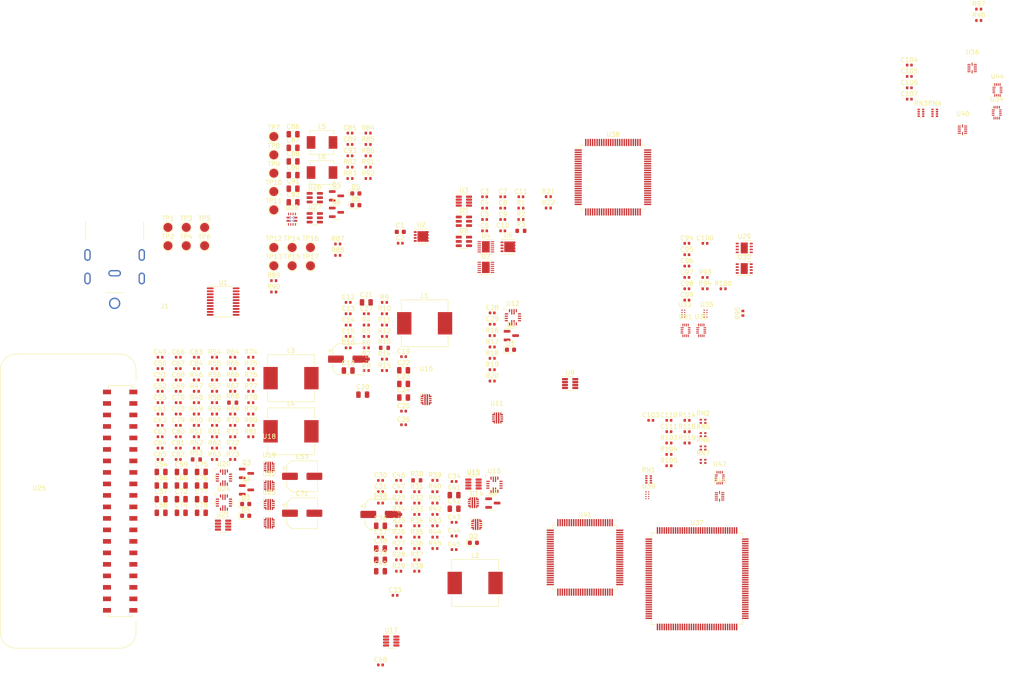
<source format=kicad_pcb>
(kicad_pcb (version 20221018) (generator pcbnew)
  (layers (0 "F.Cu" signal) (1 "In1.Cu" signal) (2 "In2.Cu" signal) (3 "In3.Cu" signal) (4 "In4.Cu" signal) (31 "B.Cu" signal) (34 "B.Paste" user) (35 "F.Paste" user) (36 "B.SilkS" user "B.Silkscreen") (37 "F.SilkS" user "F.Silkscreen") (38 "B.Mask" user) (39 "F.Mask" user) (44 "Edge.Cuts" user))
  (net 0 "")
  (net 1 "/SYS_5V")
  (net 2 "/Pi_Zero/PI_I2C_SDA")
  (net 3 "/Pi_Zero/PI_I2C_SCL")
  (net 4 "GND")
  (net 5 "/Pi_Zero/PI_UART_TX")
  (net 6 "/Pi_Zero/PI_UART_RX")
  (net 7 "/Pi_Zero/PI_SS_MISC2_IO2")
  (net 8 "/Pi_Zero/PI_RESET_MISC2_IO4")
  (net 9 "/Pi_Zero/PI_BOOT0_MISC2_IO6")
  (net 10 "GNDA")
  (net 11 "/Pi_Zero/PI_MOSI")
  (net 12 "/Pi_Zero/PI_MISO")
  (net 13 "/Pi_Zero/PI_SS_MISC1_IO1")
  (net 14 "/Pi_Zero/PI_SCK")
  (net 15 "/Pi_Zero/PI_RESET_MISC1_IO3")
  (net 16 "/Pi_Zero/PI_BOOT0_MISC1_IO5")
  (net 17 "/Pi_Zero/PI_SS_MAIN")
  (net 18 "/Pi_Zero/PI_RESET_MAIN")
  (net 19 "/Pi_Zero/PI_SS_EPS")
  (net 20 "/Pi_Zero/PI_BOOT0_MAIN")
  (net 21 "/Pi_Zero/PI_RESET_EPS")
  (net 22 "/Pi_Zero/PI_BOOT0_EPS")
  (net 23 "/System_Power/POWER_IN")
  (net 24 "/System_Power/EN_P_IN_UNREG")
  (net 25 "Net-(U8-VCAP)")
  (net 26 "/System_Power/EN_BAT_UNREG")
  (net 27 "Net-(U26-BST)")
  (net 28 "Net-(C13-Pad2)")
  (net 29 "Net-(U26-SW)")
  (net 30 "Net-(U2-S)")
  (net 31 "/Fixed_Regulators/EN_3V3")
  (net 32 "Net-(U11-OVLO)")
  (net 33 "Net-(U2-D)")
  (net 34 "/BUS_3V3")
  (net 35 "/Fixed_Regulators/SCL_3V3")
  (net 36 "/Fixed_Regulators/SDA_3V3")
  (net 37 "Net-(D1-K)")
  (net 38 "Net-(D1-A)")
  (net 39 "Net-(Q1-G)")
  (net 40 "/BUS_UNREG")
  (net 41 "/BUS_5V")
  (net 42 "Net-(U4-SR)")
  (net 43 "/SYS_3V3")
  (net 44 "Net-(U5-VCAP)")
  (net 45 "Net-(U26-EN)")
  (net 46 "Net-(U6-S)")
  (net 47 "Net-(U7-SR)")
  (net 48 "Net-(U12-SW1)")
  (net 49 "Net-(U12-SW2)")
  (net 50 "Net-(C14-Pad2)")
  (net 51 "Net-(U10-OUT)")
  (net 52 "Net-(U12-OC)")
  (net 53 "Net-(U11-IN)")
  (net 54 "Net-(U10-dVdt)")
  (net 55 "Net-(U10-ITIMER)")
  (net 56 "Net-(U12-VCC)")
  (net 57 "Net-(U16-SW1)")
  (net 58 "Net-(C31-Pad2)")
  (net 59 "Net-(U16-SW2)")
  (net 60 "Net-(C32-Pad2)")
  (net 61 "Net-(U14-OUT)")
  (net 62 "Net-(U16-OC)")
  (net 63 "Net-(U15-IN)")
  (net 64 "/BUS_CH1")
  (net 65 "Net-(D2-K)")
  (net 66 "Net-(D2-A)")
  (net 67 "Net-(U14-dVdt)")
  (net 68 "Net-(U14-ITIMER)")
  (net 69 "Net-(U16-VCC)")
  (net 70 "Net-(U20-SW1)")
  (net 71 "Net-(Q2-G)")
  (net 72 "Net-(C49-Pad2)")
  (net 73 "Net-(U20-SW2)")
  (net 74 "/Fixed_Regulators/EN_5V")
  (net 75 "Net-(C50-Pad2)")
  (net 76 "Net-(U15-EN{slash}UVLO)")
  (net 77 "Net-(U15-OVLO)")
  (net 78 "/BUS_CH2")
  (net 79 "/Fixed_Regulators/INT_3V3")
  (net 80 "/Fixed_Regulators/INT_5V")
  (net 81 "/Fixed_Regulators/SCL_5V")
  (net 82 "/Fixed_Regulators/SDA_5V")
  (net 83 "/Programmable_Regulators/EN_CH1")
  (net 84 "Net-(U18-OUT)")
  (net 85 "/Programmable_Regulators/EN_CH2")
  (net 86 "Net-(U20-OC)")
  (net 87 "Net-(U19-IN)")
  (net 88 "Net-(U18-dVdt)")
  (net 89 "/Programmable_Regulators/INT_CH1")
  (net 90 "/Programmable_Regulators/SCL_CH1")
  (net 91 "Net-(U18-ITIMER)")
  (net 92 "Net-(U20-VCC)")
  (net 93 "/Programmable_Regulators/SDA_CH1")
  (net 94 "/Programmable_Regulators/INT_CH2")
  (net 95 "/Programmable_Regulators/SCL_CH2")
  (net 96 "/Programmable_Regulators/SDA_CH2")
  (net 97 "Net-(U24-SW1)")
  (net 98 "Net-(C67-Pad2)")
  (net 99 "Net-(U24-SW2)")
  (net 100 "Net-(C68-Pad2)")
  (net 101 "Net-(U22-OUT)")
  (net 102 "Net-(U24-OC)")
  (net 103 "Net-(U23-IN)")
  (net 104 "Net-(U22-dVdt)")
  (net 105 "Net-(U22-ITIMER)")
  (net 106 "Net-(U24-VCC)")
  (net 107 "Net-(D3-K)")
  (net 108 "Net-(D3-A)")
  (net 109 "/EPS_SCL")
  (net 110 "/EPS_SDA")
  (net 113 "/EPS_INT")
  (net 114 "Net-(D4-K)")
  (net 115 "Net-(D4-A)")
  (net 116 "Net-(Q3-G)")
  (net 117 "Net-(Q4-G)")
  (net 118 "Net-(U27-BST)")
  (net 119 "Net-(U4-BLEED)")
  (net 120 "Net-(U27-SW)")
  (net 121 "Net-(U7-BLEED)")
  (net 122 "Net-(U12-BST1)")
  (net 123 "Net-(U12-BST2)")
  (net 124 "Net-(U10-PG)")
  (net 125 "Net-(R11-Pad2)")
  (net 126 "Net-(U11-EN{slash}UVLO)")
  (net 127 "Net-(U11-OUT)")
  (net 128 "Net-(U10-OVLO)")
  (net 129 "Net-(U12-FB)")
  (net 130 "Net-(U10-ILM)")
  (net 131 "Net-(U16-BST1)")
  (net 132 "Net-(U16-BST2)")
  (net 133 "Net-(U14-PG)")
  (net 134 "Net-(R28-Pad2)")
  (net 135 "Net-(U13-IN+)")
  (net 136 "Net-(U14-OVLO)")
  (net 137 "Net-(U16-FB)")
  (net 138 "Net-(U14-ILM)")
  (net 139 "Net-(U20-BST1)")
  (net 140 "Net-(U20-BST2)")
  (net 141 "Net-(U18-PG)")
  (net 142 "Net-(R51-Pad2)")
  (net 143 "Net-(U19-EN{slash}UVLO)")
  (net 144 "Net-(U17-IN+)")
  (net 145 "Net-(U18-OVLO)")
  (net 146 "Net-(U20-FB)")
  (net 147 "Net-(U18-ILM)")
  (net 148 "Net-(U24-BST1)")
  (net 149 "Net-(U24-BST2)")
  (net 150 "Net-(U22-PG)")
  (net 151 "Net-(R66-Pad2)")
  (net 152 "Net-(U23-EN{slash}UVLO)")
  (net 153 "Net-(U21-IN+)")
  (net 154 "Net-(U22-OVLO)")
  (net 155 "Net-(U24-FB)")
  (net 156 "Net-(U22-ILM)")
  (net 157 "Net-(U2-G)")
  (net 158 "Net-(U6-G)")
  (net 159 "/Main_uC/SYS_5V")
  (net 177 "Net-(U28-SS)")
  (net 178 "Net-(D5-K)")
  (net 179 "Net-(D5-A)")
  (net 180 "Net-(D6-K)")
  (net 181 "Net-(D6-A)")
  (net 182 "Net-(Q5-G)")
  (net 183 "Net-(Q6-G)")
  (net 184 "Net-(U28-ILIM)")
  (net 185 "Net-(U28-OV1)")
  (net 186 "Net-(U28-OV2)")
  (net 187 "/System_Power/VBAT")
  (net 188 "/Main_uC/SYS_3V3")
  (net 189 "/Main_uC/VBUS")
  (net 190 "/Main_uC/CAN1_H")
  (net 191 "/Main_uC/CAN1_L")
  (net 192 "/Main_uC/RS4851_B")
  (net 193 "/Main_uC/RS4851_A")
  (net 194 "/Main_uC/CAN1_TX")
  (net 195 "/Main_uC/CAN1_RX")
  (net 196 "/Main_uC/CAN1_SE")
  (net 197 "Net-(U39-VREF2)")
  (net 198 "/Main_uC/RS4851_TXE")
  (net 199 "/Main_uC/GPIO_A_nEN")
  (net 200 "/Main_uC/SPI1_MOSI")
  (net 201 "/Main_uC/SPI1_SCK")
  (net 202 "/Main_uC/SPI1_MISO")
  (net 203 "/Main_uC/UART1_REV")
  (net 204 "/Main_uC/UART1_RX")
  (net 205 "/Main_uC/UART1_TX")
  (net 206 "/Main_uC/RS4851_RX")
  (net 207 "/Main_uC/RS4851_TX")
  (net 208 "/Main_uC/UART1_nEN")
  (net 209 "/Main_uC/SPI1_nEN")
  (net 210 "/Main_uC/GPIO_B_nEN")
  (net 211 "Net-(U31-S1A)")
  (net 212 "/Main_uC/I2C1_SCL")
  (net 213 "Net-(U31-S2A)")
  (net 214 "/Main_uC/I2C1_SDA")
  (net 215 "/Main_uC/I2C1_nPEN")
  (net 216 "/Main_uC/SPI1_NSS")
  (net 217 "/Main_uC/GPIO_4")
  (net 218 "/Main_uC/GPIO_3")
  (net 219 "/Main_uC/GPIO_2")
  (net 220 "/Main_uC/GPIO_1")
  (net 221 "/Main_uC/GPIO_8")
  (net 222 "/Main_uC/GPIO_7")
  (net 223 "/Main_uC/GPIO_6")
  (net 224 "/Main_uC/GPIO_5")
  (net 225 "Net-(RN5-R1.1)")
  (net 226 "Net-(RN5-R2.1)")
  (net 235 "Net-(U32-S1B)")
  (net 236 "Net-(U32-S1A)")
  (net 243 "Net-(U34-S1B)")
  (net 244 "Net-(U34-S2B)")
  (net 245 "Net-(U34-S3B)")
  (net 246 "Net-(U34-S4B)")
  (net 247 "/Main_uC/GPIO_B_SHIFT")
  (net 248 "Net-(U36-B4)")
  (net 249 "Net-(U36-B3)")
  (net 250 "Net-(U36-B2)")
  (net 251 "Net-(U36-B1)")
  (net 252 "/Main_uC/GPIO_A_SHIFT")
  (net 268 "Net-(U37-VSS-Pad107)")
  (net 415 "Net-(U38-VSS-Pad27)")
  (net 486 "/Main_uC/I2C1_EN")
  (net 513 "Net-(U41-VSS-Pad27)")
  (net 584 "Net-(U46-B4)")
  (net 585 "Net-(U46-B3)")
  (net 586 "Net-(U46-B2)")
  (net 587 "Net-(U46-B1)")
  (net 588 "/Main_uC/SPI1_SHIFT")
  (footprint "Resistor_SMD:R_0402_1005Metric" (layer "F.Cu") (at 152.0725 124.66)
    (fp_text reference "R39")
    (fp_text value "549R")
  )
  (footprint "Resistor_SMD:R_0402_1005Metric" (layer "F.Cu") (at 111.38 97.45)
    (fp_text reference "R74")
    (fp_text value "21.5K")
  )
  (footprint "Resistor_SMD:R_0603_1608Metric" (layer "F.Cu") (at 140.915 95.365)
    (fp_text reference "R13")
    (fp_text value "5m")
  )
  (footprint "TestPoint:TestPoint_Pad_D2.0mm" (layer "F.Cu") (at 101.165 72.805)
    (fp_text reference "TP6")
    (fp_text value "TestPoint")
  )
  (footprint "ESLGSU_Parts_Lib:PI_ZERO_2_W" (layer "F.Cu") (at 70.415 128.175)
    (fp_text reference "U25")
    (fp_text value "~")
  )
  (footprint "Resistor_SMD:R_0402_1005Metric" (layer "F.Cu") (at 111.38 107.49)
    (fp_text reference "R78")
    (fp_text value "4.7K")
  )
  (footprint "Capacitor_SMD:C_0402_1005Metric" (layer "F.Cu") (at 164.725 90.16)
    (fp_text reference "C29")
    (fp_text value "1u")
  )
  (footprint "Capacitor_SMD:C_0805_2012Metric" (layer "F.Cu") (at 132.895 100.385)
    (fp_text reference "C18")
    (fp_text value "22u")
  )
  (footprint "Capacitor_SMD:C_0603_1608Metric" (layer "F.Cu") (at 144.415 69.737)
    (fp_text reference "C1")
    (fp_text value "100n")
  )
  (footprint "Resistor_SMD:R_0402_1005Metric" (layer "F.Cu") (at 103.36 120.04)
    (fp_text reference "R63")
    (fp_text value "100R")
  )
  (footprint "ESLGSU_Parts_Lib:VQFN-HR" (layer "F.Cu") (at 115.445 129.995)
    (fp_text reference "U22")
    (fp_text value "TPS259474LRPWR")
  )
  (footprint "Resistor_SMD:R_0402_1005Metric" (layer "F.Cu") (at 203.785 118.92)
    (fp_text reference "R104")
    (fp_text value "10K")
  )
  (footprint "Resistor_SMD:R_0402_1005Metric" (layer "F.Cu") (at 107.37 112.51)
    (fp_text reference "R70")
    (fp_text value "806K")
  )
  (footprint "ESLGSU_Parts_Lib:VQFN-HR" (layer "F.Cu") (at 150.13 106.82)
    (fp_text reference "U10")
    (fp_text value "TPS259474LRPWR")
  )
  (footprint "Resistor_SMD:R_0402_1005Metric" (layer "F.Cu") (at 148.0625 132.19)
    (fp_text reference "R33")
    (fp_text value "2.09K")
  )
  (footprint "ESLGSU_Parts_Lib:VQFN-HR" (layer "F.Cu") (at 165.915 110.875)
    (fp_text reference "U11")
    (fp_text value "LM73100RPWR")
  )
  (footprint "TestPoint:TestPoint_Pad_D2.0mm" (layer "F.Cu") (at 101.165 68.755)
    (fp_text reference "TP5")
    (fp_text value "TestPoint")
  )
  (footprint "Resistor_SMD:R_0402_1005Metric" (layer "F.Cu") (at 148.0625 137.21)
    (fp_text reference "R35")
    (fp_text value "107K")
  )
  (footprint "Package_SO:TSSOP-20_4.4x6.5mm_P0.65mm" (layer "F.Cu") (at 105.269 85.153)
    (fp_text reference "U1")
    (fp_text value "TCA9544A")
  )
  (footprint "Resistor_SMD:R_0402_1005Metric" (layer "F.Cu") (at 103.36 99.96)
    (fp_text reference "R55")
    (fp_text value "806K")
  )
  (footprint "Resistor_SMD:R_0402_1005Metric" (layer "F.Cu") (at 136.905 92.855)
    (fp_text reference "R5")
    (fp_text value "100R")
  )
  (footprint "Resistor_SMD:R_0402_1005Metric" (layer "F.Cu") (at 144.0525 137.21)
    (fp_text reference "R26")
    (fp_text value "100K")
  )
  (footprint "TestPoint:TestPoint_Pad_D2.0mm" (layer "F.Cu") (at 116.4646 77.24)
    (fp_text reference "TP13")
    (fp_text value "TestPoint")
  )
  (footprint "Resistor_SMD:R_0402_1005Metric" (layer "F.Cu") (at 203.785 121.43)
    (fp_text reference "R105")
    (fp_text value "10K")
  )
  (footprint "Capacitor_SMD:C_0805_2012Metric" (layer "F.Cu") (at 100.45 122.8)
    (fp_text reference "C75")
    (fp_text value "22u")
  )
  (footprint "Capacitor_SMD:C_0805_2012Metric" (layer "F.Cu") (at 145.145 106.355)
    (fp_text reference "C24")
    (fp_text value "22u")
  )
  (footprint "Resistor_SMD:R_0402_1005Metric" (layer "F.Cu") (at 203.785 116.41)
    (fp_text reference "R103")
    (fp_text value "200K")
  )
  (footprint "TestPoint:TestPoint_Pad_D2.0mm" (layer "F.Cu") (at 116.4646 56.78)
    (fp_text reference "TP9")
    (fp_text value "TestPoint")
  )
  (footprint "Capacitor_SMD:C_0402_1005Metric" (layer "F.Cu") (at 207.75 74.79)
    (fp_text reference "C95")
    (fp_text value "100n")
  )
  (footprint "Resistor_SMD:R_0402_1005Metric" (layer "F.Cu") (at 140.915 85.325)
    (fp_text reference "R9")
    (fp_text value "100K")
  )
  (footprint "Inductor_SMD:L_Vishay_IHLP-4040" (layer "F.Cu") (at 120.26 113.82)
    (fp_text reference "L4")
    (fp_text value "IHLP4040DZER4R7M01")
  )
  (footprint "TestPoint:TestPoint_Pad_D2.0mm" (layer "F.Cu") (at 97.115 68.755)
    (fp_text reference "TP3")
    (fp_text value "TestPoint")
  )
  (footprint "Capacitor_SMD:C_0402_1005Metric" (layer "F.Cu") (at 256.915 40.41)
    (fp_text reference "C107")
    (fp_text value "100n")
  )
  (footprint "Resistor_SMD:R_0402_1005Metric" (layer "F.Cu") (at 140.915 92.855)
    (fp_text reference "R12")
    (fp_text value "31.6K")
  )
  (footprint "Capacitor_SMD:C_0805_2012Metric" (layer "F.Cu") (at 100.45 128.82)
    (fp_text reference "C77")
    (fp_text value "22u")
  )
  (footprint "Resistor_SMD:R_0402_1005Metric" (layer "F.Cu") (at 111.38 104.98)
    (fp_text reference "R77")
    (fp_text value "4.7K")
  )
  (footprint "Capacitor_SMD:C_0402_1005Metric" (layer "F.Cu") (at 95.34 99.96)
    (fp_text reference "C67")
    (fp_text value "100n")
  )
  (footprint "Resistor_SMD:R_0402_1005Metric" (layer "F.Cu") (at 152.0725 134.7)
    (fp_text reference "R43")
    (fp_text value "4.7K")
  )
  (footprint "Resistor_SMD:R_0402_1005Metric" (layer "F.Cu") (at 136.905 95.365)
    (fp_text reference "R6")
    (fp_text value "0R")
  )
  (footprint "Resistor_SMD:R_0402_1005Metric" (layer "F.Cu") (at 152.0725 137.21)
    (fp_text reference "R44")
    (fp_text value "4.7K")
  )
  (footprint "Capacitor_SMD:C_0805_2012Metric" (layer "F.Cu") (at 120.7146 48.16)
    (fp_text reference "C86")
    (fp_text value "22u")
  )
  (footprint "Capacitor_SMD:C_0402_1005Metric" (layer "F.Cu") (at 91.33 115.02)
    (fp_text reference "C63")
    (fp_text value "330p")
  )
  (footprint "Capacitor_SMD:C_0805_2012Metric" (layer "F.Cu") (at 140.0425 144.74)
    (fp_text reference "C40")
    (fp_text value "22u")
  )
  (footprint "Resistor_SMD:R_0402_1005Metric" (layer "F.Cu") (at 164.725 95.18)
    (fp_text reference "R17")
    (fp_text value "14.7K")
  )
  (footprint "Capacitor_SMD:C_0402_1005Metric" (layer "F.Cu") (at 145.145 109.365)
    (fp_text reference "C25")
    (fp_text value "100n")
  )
  (footprint "Capacitor_SMD:C_0805_2012Metric" (layer "F.Cu") (at 140.0425 139.72)
    (fp_text reference "C38")
    (fp_text value "22u")
  )
  (footprint "Resistor_SMD:R_0402_1005Metric" (layer "F.Cu") (at 148.0625 142.23)
    (fp_text reference "R37")
    (fp_text value "9.09K")
  )
  (footprint "ESLGSU_Parts_Lib:SOT833-1-XSON8" (layer "F.Cu") (at 206.97 87.81)
    (fp_text reference "U33")
    (fp_text value "TXU0202DTTR")
  )
  (footprint "ESLGSU_Parts_Lib:T-UQFN-12" (layer "F.Cu") (at 270.8 33.535)
    (fp_text reference "U36")
    (fp_text value "TXB0104RUT")
  )
  (footprint "Resistor_SMD:R_0402_1005Metric" (layer "F.Cu") (at 152.0725 127.17)
    (fp_text reference "R40")
    (fp_text value "4.7K")
  )
  (footprint "Resistor_SMD:R_0402_1005Metric" (layer "F.Cu") (at 130.5946 72.42)
    (fp_text reference "R87")
    (fp_text value "47K")
  )
  (footprint "Capacitor_SMD:C_0402_1005Metric" (layer "F.Cu") (at 156.3025 133.94)
    (fp_text reference "C43")
    (fp_text value "100n")
  )
  (footprint "Capacitor_SMD:C_0402_1005Metric" (layer "F.Cu") (at 91.33 99.96)
    (fp_text reference "C50")
    (fp_text value "100n")
  )
  (footprint "Capacitor_SMD:C_0402_1005Metric" (layer "F.Cu") (at 211.76 72.28)
    (fp_text reference "C100")
    (fp_text value "100n")
  )
  (footprint "Resistor_SMD:R_0402_1005Metric" (layer "F.Cu") (at 107.37 97.45)
    (fp_text reference "R64")
    (fp_text value "100K")
  )
  (footprint "Package_TO_SOT_SMD:SOT-23-8" (layer "F.Cu") (at 160.5875 125.465)
    (fp_text reference "U13")
    (fp_text value "INA219AxDCN")
  )
  (footprint "Package_QFP:LQFP-100_14x14mm_P0.5mm" (layer "F.Cu") (at 185.24 141.685)
    (fp_text reference "U41")
    (fp_text value "STM32F072VBTx")
  )
  (footprint "Package_DFN_QFN:WDFN-12-1EP_3x3mm_P0.45mm_EP1.7x2.5mm" (layer "F.Cu") (at 163.322 73.043)
    (fp_text reference "U4")
    (fp_text value "DML3012LDC")
  )
  (footprint "Capacitor_SMD:C_0402_1005Metric" (layer "F.Cu") (at 144.0525 127.17)
    (fp_text reference "C47")
    (fp_text value "1u")
  )
  (footprint "ESLGSU_Parts_Lib:T-UQFN-16" (layer "F.Cu") (at 207.47 91.51)
    (fp_text reference "U31")
    (fp_text value "TMUX1574RSVR")
  )
  (footprint "Resistor_SMD:R_0402_1005Metric" (layer "F.Cu") (at 99.35 104.98)
    (fp_text reference "R47")
    (fp_text value "0R")
  )
  (footprint "ESLGSU_Parts_Lib:T-UQFN-16" (layer "F.Cu") (at 276.24 43.4)
    (fp_text reference "U34")
    (fp_text value "TMUX1574RSVR")
  )
  (footprint "Resistor_SMD:R_0402_1005Metric" (layer "F.Cu") (at 207.795 113.9)
    (fp_text reference "R118")
    (fp_text value "200K")
  )
  (footprint "Resistor_SMD:R_0402_1005Metric" (layer "F.Cu") (at 103.36 117.53)
    (fp_text reference "R62")
    (fp_text value "0R")
  )
  (footprint "Package_TO_SOT_SMD:SOT-23-8" (layer "F.Cu") (at 181.95 103.26)
    (fp_text reference "U9")
    (fp_text value "INA219AxDCN")
  )
  (footprint "Capacitor_SMD:CP_Elec_6.3x7.7" (layer "F.Cu") (at 132.895 97.875)
    (fp_text reference "C17")
    (fp_text value "100u")
  )
  (footprint "ESLGSU_Parts_Lib:VQFN-HR" (layer "F.Cu") (at 115.445 134.115)
    (fp_text reference "U23")
    (fp_text value "LM73100RPWR")
  )
  (footprint "TestPoint:TestPoint_Pad_D2.0mm" (layer "F.Cu") (at 116.4646 52.73)
    (fp_text reference "TP8")
    (fp_text value "TestPoint")
  )
  (footprint "Resistor_SMD:R_0402_1005Metric" (layer "F.Cu") (at 164.725 100.2)
    (fp_text reference "R19")
    (fp_text value "7.5K")
  )
  (footprint "TestPoint:TestPoint_Pad_D2.0mm" (layer "F.Cu") (at 120.5146 73.19)
    (fp_text reference "TP14")
    (fp_text value "TestPoint")
  )
  (footprint "Resistor_SMD:R_0402_1005Metric" (layer "F.Cu") (at 133.2946 57.95)
    (fp_text reference "R83")
    (fp_text value "100K")
  )
  (footprint "Resistor_SMD:R_0402_1005Metric" (layer "F.Cu") (at 107.37 104.98)
    (fp_text reference "R67")
    (fp_text value "350K")
  )
  (footprint "Resistor_SMD:R_0402_1005Metric" (layer "F.Cu") (at 99.35 117.53)
    (fp_text reference "R52")
    (fp_text value "350K")
  )
  (footprint "Capacitor_SMD:C_0402_1005Metric" (layer "F.Cu") (at 136.905 87.835)
    (fp_text reference "C27")
    (fp_text value "330p")
  )
  (footprint "Resistor_SMD:R_0402_1005Metric" (layer "F.Cu") (at 220.13 87.73 90)
    (fp_text reference "R95")
    (fp_text value "200K")
  )
  (footprint "Resistor_SMD:R_0402_1005Metric" (layer "F.Cu") (at 140.915 97.875)
    (fp_text reference "R14")
    (fp_text value "17.4K")
  )
  (footprint "Resistor_SMD:R_0402_1005Metric" (layer "F.Cu") (at 164.725 102.71)
    (fp_text reference "R20")
    (fp_text value "16.9K")
  )
  (footprint "Resistor_SMD:R_0402_1005Metric" (layer "F.Cu") (at 99.35 107.49)
    (fp_text reference "R48")
    (fp_text value "100R")
  )
  (footprint "Resistor_SMD:R_0402_1005Metric" (layer "F.Cu") (at 137.3046 57.95)
    (fp_text reference "R92")
    (fp_text value "150R")
  )
  (footprint "Package_TO_SOT_SMD:SOT-23-8" (layer "F.Cu") (at 142.4125 160.17)
    (fp_text reference "U17")
    (fp_text value "INA219AxDCN")
  )
  (footprint "Capacitor_SMD:C_0805_2012Metric" (layer "F.Cu") (at 140.0425 142.23)
    (fp_text reference "C39")
    (fp_text value "22u")
  )
  (footprint "Resistor_SMD:R_0402_1005Metric" (layer "F.Cu") (at 272.25 20.515)
    (fp_text reference "R97")
    (fp_text value "200K")
  )
  (footprint "Capacitor_SMD:C_0402_1005Metric" (layer "F.Cu") (at 99.35 99.96)
    (fp_text reference "C84")
    (fp_text value "1u")
  )
  (footprint "Capacitor_SMD:C_0402_1005Metric" (layer "F.Cu") (at 167.062 67.003)
    (fp_text reference "C9")
    (fp_text value "22n")
  )
  (footprint "Capacitor_SMD:C_0402_1005Metric" (layer "F.Cu") (at 91.33 107.49)
    (fp_text reference "C55")
    (fp_text value "22n")
  )
  (footprint "Resistor_SMD:R_0402_1005Metric" (layer "F.Cu") (at 107.37 102.47)
    (fp_text reference "R66")
    (fp_text value "430K")
  )
  (footprint "TestPoint:TestPoint_Pad_D2.0mm" (layer "F.Cu") (at 124.5646 77.24)
    (fp_text reference "TP17")
    (fp_text value "TestPoint")
  )
  (footprint "LED_SMD:LED_0603_1608Metric" (layer "F.Cu") (at 160.5725 138.46)
    (fp_text reference "D2")
    (fp_text value "LED")
  )
  (footprint "Resistor_SMD:R_0402_1005Metric" (layer "F.Cu") (at 103.36 97.45)
    (fp_text reference "R54")
    (fp_text value "17.4K")
  )
  (footprint "Resistor_SMD:R_0402_1005Metric" (layer "F.Cu") (at 111.38 99.96)
    (fp_text reference "R75")
    (fp_text value "549R")
  )
  (footprint "Capacitor_SMD:C_0402_1005Metric" (layer "F.Cu") (at 91.33 117.53)
    (fp_text reference "C64")
    (fp_text value "2.2n")
  )
  (footprint "Capacitor_SMD:C_0402_1005Metric" (layer "F.Cu") (at 144.415 72.247)
    (fp_text reference "C2")
    (fp_text value "1u")
  )
  (footprint "Resistor_SMD:R_0402_1005Metric" (layer "F.Cu") (at 107.37 110)
    (fp_text reference "R69")
    (fp_text value "17.4K")
  )
  (footprint "Capacitor_SMD:C_0402_1005Metric" (layer "F.Cu") (at 171.072 61.983)
    (fp_text reference "C11")
    (fp_text value "1n")
  )
  (footprint "LED_SMD:LED_0603_1608Metric" (layer "F.Cu") (at 110.24 129.89)
    (fp_text reference "D3")
    (fp_text value "LED")
  )
  (footprint "Capacitor_SMD:C_0402_1005Metric" (layer "F.Cu") (at 164.725 87.65)
    (fp_text reference "C28")
    (fp_text value "2.2n")
  )
  (footprint "Package_QFP:LQFP-144_20x20mm_P0.5mm" (layer "F.Cu") (at 210 146.4)
    (fp_text reference "U37")
    (fp_text value "STM32H753ZITx")
  )
  (footprint "Capacitor_SMD:C_0402_1005Metric" (layer "F.Cu") (at 207.75 77.3)
    (fp_text reference "C96")
    (fp_text value "100n")
  )
  (footprint "Capacitor_SMD:C_0805_2012Metric" (layer "F.Cu") (at 96 131.83)
    (fp_text reference "C74")
    (fp_text value "22u")
  )
  (footprint "Inductor_SMD:L_Vishay_IHLP-2020" (layer "F.Cu") (at 127.1146 49.98)
    (fp_text reference "L5")
    (fp_text value "IHLP2020CZER4R7M11")
  )
  (footprint "Resistor_SMD:R_0402_1005Metric" (layer "F.Cu") (at 140.915 87.835)
    (fp_text reference "R10")
    (fp_text value "47K")
  )
  (footprint "Capacitor_SMD:C_0402_1005Metric" (layer "F.Cu") (at 156.3025 124.91)
    (fp_text reference "C34")
    (fp_text value "100n")
  )
  (footprint "Capacitor_SMD:C_0402_1005Metric" (layer "F.Cu") (at 95.34 117.53)
    (fp_text reference "C81")
    (fp_text value "330p")
  )
  (footprint "ESLGSU_Parts_Lib:QFN-16-MP28167" (layer "F.Cu") (at 169.305 88.62)
    (fp_text reference "U12")
    (fp_text value "MP28167-A")
  )
  (footprint "ESLGSU_Parts_Lib:SOT833-1-XSON8" (layer "F.Cu") (at 211.87 87.81)
    (fp_text reference "U35")
    (fp_text value "TXU0202DTTR")
  )
  (footprint "Package_DFN_QFN:Texas_VQFN-HR-12_2x2.5mm_P0.5mm_ThermalVias" (layer "F.Cu") (at 120.4646 66.94)
    (fp_text reference "U28")
    (fp_text value "TPS2121")
  )
  (footprint "Resistor_SMD:R_0402_1005Metric" (layer "F.Cu") (at 136.905 97.875)
    (fp_text reference "R7")
    (fp_text value "0R")
  )
  (footprint "ESLGSU_Parts_Lib:V-DFN3030-8" (layer "F.Cu") (at 149.045 70.757)
    (fp_text reference "U2")
    (fp_text value "DMT3006LDK" hide)
  )
  (footprint "Capacitor_SMD:C_0805_2012Metric" (layer "F.Cu") (at 96 128.82)
    (fp_text reference "C72")
    (fp_text value "22u")
  )
  (footprint "Resistor_SMD:R_0402_1005Metric" (layer "F.Cu") (at 144.0525 144.74)
    (fp_text reference "R29")
    (fp_text value "31.6K")
  )
  (footprint "Capacitor_SMD:C_0805_2012Metric" (layer "F.Cu") (at 120.7146 60.2)
    (fp_text reference "C91")
    (fp_text value "22u")
  )
  (footprint "TestPoint:TestPoint_Pad_D2.0mm" (layer "F.Cu") (at 120.5146 77.24)
    (fp_text reference "TP15")
    (fp_text value "TestPoint")
  )
  (footprint "LED_SMD:LED_0603_1608Metric" (layer "F.Cu") (at 134.5846 61.25)
    (fp_text reference "D5")
    (fp_text value "LED")
  )
  (footprint "Resistor_SMD:R_0402_1005Metric" (layer "F.Cu") (at 164.725 92.67)
    (fp_text reference "R16")
    (fp_text value "3.74K")
  )
  (footprint "Resistor_SMD:R_0603_1608Metric" (layer "F.Cu") (at 148.0625 124.66)
    (fp_text reference "R30")
    (fp_text value "5m")
  )
  (footprint "LED_SMD:LED_0603_1608Metric" (layer "F.Cu") (at 168.775 95.79)
    (fp_text reference "D1")
    (fp_text value "LED")
  )
  (footprint "Capacitor_SMD:C_0805_2012Metric" (layer "F.Cu") (at 145.145 100.335)
    (fp_text reference "C22")
    (fp_text value "22u")
  )
  (footprint "Capacitor_SMD:C_0805_2012Metric" (layer "F.Cu") (at 96 122.8)
    (fp_text reference "C59")
    (fp_text value "22u")
  )
  (footprint "Resistor_SMD:R_0402_1005Metric" (layer "F.Cu") (at 177.135 64.47)
    (fp_text reference "R22")
    (fp_text value "549R")
  )
  (footprint "Capacitor_SMD:C_0805_2012Metric" (layer "F.Cu") (at 120.7146 57.19)
    (fp_text reference "C90")
    (fp_text value "22u")
  )
  (footprint "Capacitor_SMD:C_0805_2012Metric" (layer "F.Cu") (at 91.55 131.83)
    (fp_text reference "C58")
    (fp_text value "22u")
  )
  (footprint "Capacitor_SMD:C_0805_2012Metric" (layer "F.Cu") (at 100.45 131.83)
    (fp_text reference "C78")
    (fp_text value "22u")
  )
  (footprint "Resistor_SMD:R_0402_1005Metric" (layer "F.Cu") (at 111.38 115.02)
    (fp_text reference "R81")
    (fp_text value "4.7K")
  )
  (footprint "Capacitor_SMD:C_0805_2012Metric" (layer "F.Cu") (at 120.7146 63.21)
    (fp_text reference "C92")
    (fp_text value "10u")
  )
  (footprint "Resistor_SMD:R_0402_1005Metric" (layer "F.Cu") (at 99.35 102.47)
    (fp_text reference "R46")
    (fp_text value "0R")
  )
  (footprint "Capacitor_SMD:C_0402_1005Metric" (layer "F.Cu") (at 203.785 113.9)
    (fp_text reference "C111")
    (fp_text value "100n")
  )
  (footprint "Resistor_SMD:R_0402_1005Metric" (layer "F.Cu") (at 215.77 82.32)
    (fp_text reference "R100")
    (fp_text value "200K")
  )
  (footprint "Capacitor_SMD:C_0805_2012Metric" (layer "F.Cu") (at 91.55 125.81)
    (fp_text reference "C56")
    (fp_text value "22u")
  )
  (footprint "Inductor_SMD:L_Vishay_IHLP-4040" (layer "F.Cu") (at 120.26 102.07)
    (fp_text reference "L3")
    (fp_text value "IHLP4040DZER4R7M01")
  )
  (footprint "Capacitor_SMD:C_0805_2012Metric" (layer "F.Cu") (at 140.0425 134.7)
    (fp_text reference "C36")
    (fp_text value "22u")
  )
  (footprint "Capacitor_SMD:C_0402_1005Metric" (layer "F.Cu") (at 140.0425 127.17)
    (fp_text reference "C31")
    (fp_text value "100n")
  )
  (footprint "Resistor_SMD:R_0402_1005Metric" (layer "F.Cu") (at 140.915 100.385)
    (fp_text reference "R15")
    (fp_text value "806K")
  )
  (footprint "Capacitor_SMD:CP_Elec_6.3x7.7" (layer "F.Cu") (at 140.0425 132.19)
    (fp_text reference "C35")
    (fp_text value "100u")
  )
  (footprint "Resistor_SMD:R_0402_1005Metric" (layer "F.Cu") (at 211.76 82.32)
    (fp_text reference "R94")
    (fp_text value "50R")
  )
  (footprint "Resistor_SMD:R_0402_1005Metric" (layer "F.Cu") (at 103.36 112.51)
    (fp_text reference "R60")
    (fp_text value "549R")
  )
  (footprint "Resistor_SMD:R_0402_1005Metric" (layer "F.Cu") (at 144.0525 139.72)
    (fp_text reference "R27")
    (fp_text value "47K")
  )
  (footprint "Resistor_SMD:R_0402_1005Metric" (layer "F.Cu") (at 152.0725 132.19)
    (fp_text reference "R42")
    (fp_text value "4.7K")
  )
  (footprint "Resistor_SMD:R_0402_1005Metric" (layer "F.Cu") (at 148.0625 127.17)
    (fp_text reference "R31")
    (fp_text value "17.4K")
  )
  (footprint "Capacitor_SMD:C_0402_1005Metric" (layer "F.Cu") (at 91.33 97.45)
    (fp_text reference "C49")
    (fp_text value "100n")
  )
  (footprint "Resistor_SMD:R_0402_1005Metric" (layer "F.Cu") (at 177.135 61.96)
    (fp_text reference "R21")
    (fp_text value "21.5K")
  )
  (footprint "Capacitor_SMD:C_0402_1005Metric" (layer "F.Cu") (at 199.775 111.39)
    (fp_text reference "C103")
    (fp_text value "100p")
  )
  (footprint "Capacitor_SMD:C_0805_2012Metric" (layer "F.Cu") (at 120.7146 51.17)
    (fp_text reference "C87")
    (fp_text value "22u")
  )
  (footprint "Capacitor_SMD:C_0402_1005Metric" (layer "F.Cu") (at 99.35 97.45)
    (fp_text reference "C83")
    (fp_text value "1u")
  )
  (footprint "Package_DFN_QFN:WDFN-12-1EP_3x3mm_P0.45mm_EP1.7x2.5mm" (layer "F.Cu") (at 163.322 77.593)
    (fp_text reference "U7")
    (fp_text value "DML3012LDC")
  )
  (footprint "ESLGSU_Parts_Lib:T-UQFN-12" (layer "F.Cu") (at 268.665 47.17)
    (fp_text reference "U40")
    (fp_text value "TXB0104RUT")
  )
  (footprint "Capacitor_SMD:C_0402_1005Metric" (layer "F.Cu") (at 132.895 87.835)
    (fp_text reference "C13")
    (fp_text value "100n")
  )
  (footprint "LED_SMD:LED_0603_1608Metric" (layer "F.Cu") (at 134.5846 63.84)
    (fp_text reference "D6")
    (fp_text value "LED")
  )
  (footprint "Capacitor_SMD:CP_Elec_6.3x7.7" (layer "F.Cu") (at 122.73 131.92)
    (fp_text reference "C71")
    (fp_text value "100u")
  )
  (footprint "Resistor_SMD:R_0402_1005Metric" (layer "F.Cu") (at 140.915 90.345)
    (fp_text reference "R11")
    (fp_text value "430K")
  )
  (footprint "Resistor_SMD:R_0402_1005Metric" (layer "F.Cu") (at 107.37 99.96)
    (fp_text reference "R65")
    (fp_text value "47K")
  )
  (footprint "TestPoint:TestPoint_Pad_D2.0mm" (layer "F.Cu") (at 116.4646 64.88)
    (fp_text reference "TP11")
    (fp_text value "TestPoint")
  )
  (footprint "Capacitor_SMD:C_0402_1005Metric" (layer "F.Cu") (at 95.34 120.04)
    (fp_text reference "C82")
    (fp_text value "2.2n")
  )
  (footprint "Capacitor_SMD:C_0805_2012Metric" (layer "F.Cu") (at 136.115 105.715)
    (fp_text reference "C20")
    (fp_text value "22u")
  )
  (footprint "Resistor_SMD:R_0603_1608Metric" (layer "F.Cu") (at 107.37 107.49)
    (fp_text reference "R68")
    (fp_text value "5m")
  )
  (footprint "Capacitor_SMD:C_0402_1005Metric" (layer "F.Cu") (at 167.062 69.513)
    (fp_text reference "C10")
    (fp_text value "100n")
  )
  (footprint "ESLGSU_Parts_Lib:T-UQFN-12" (layer "F.Cu") (at 214.975 128.19)
    (fp_text reference "U46")
    (fp_text value "TXB0104RUT")
  )
  (footprint "Resistor_SMD:R_0402_1005Metric" (layer "F.Cu") (at 137.3046 55.44)
    (fp_text reference "R91")
    (fp_text value "150R")
  )
  (footprint "TestPoint:TestPoint_Pad_D2.0mm" (layer "F.Cu") (at 124.5646 73.19)
    (fp_text reference "TP16")
    (fp_text value "TestPoint")
  )
  (footprint "ESLGSU_Parts_Lib:VQFN-HR" (layer "F.Cu") (at 115.445 121.755)
    (fp_text reference "U18")
    (fp_text value "TPS259474LRPWR")
  )
  (footprint "Package_TO_SOT_SMD:SOT-23-6" (layer "F.Cu") (at 158.472 67.403)
    (fp_text reference "U5")
    (fp_text value "LM74700")
  )
  (footprint "Inductor_SMD:L_Vishay_IHLP-4040" (layer "F.Cu") (at 160.9525 147.34)
    (fp_text reference "L2")
    (fp_text value "IHLP4040DZER4R7M01")
  )
  (footprint "Resistor_SMD:R_Array_Concave_4x0402" (layer "F.Cu") (at 262.535 43.44)
    (fp_text reference "RN4")
    (fp_text value "0R")
  )
  (footprint "Capacitor_SMD:C_0805_2012Metric" (layer "F.Cu") (at 156.3025 130.93)
    (fp_text reference "C42")
    (fp_text value "22u")
  )
  (footprint "Capacitor_SMD:CP_Elec_6.3x7.7" (layer "F.Cu") (at 122.73 123.77)
    (fp_text reference "C53")
    (fp_text value "100u")
  )
  (footprint "Capacitor_SMD:C_0402_1005Metric" (layer "F.Cu") (at 91.33 110)
    (fp_text reference "C61")
    (fp_text value "100n")
  )
  (footprint "Capacitor_SMD:C_0805_2012Metric" (layer "F.Cu") (at 91.55 122.8)
    (fp_text reference "C54")
    (fp_text value "22u")
  )
  (footprint "Resistor_SMD:R_0402_1005Metric" (layer "F.Cu") (at 211.76 79.81)
    (fp_text reference "R93")
    (fp_text value "120R")
  )
  (footprint "Resistor_SMD:R_0402_1005Metric" (layer "F.Cu") (at 137.3046 52.93)
    (fp_text reference "R86")
    (fp_text value "5.6K")
  )
  (footprint "Resistor_SMD:R_0402_1005Metric" (layer "F.Cu") (at 111.38 110)
    (fp_text reference "R79")
    (fp_text value "4.7K")
  )
  (footprint "ESLGSU_Parts_Lib:SOT833-1-XSON8" (layer "F.Cu") (at 198.995 127.96)
    (fp_text reference "U39")
    (fp_text value "PCA9306")
  )
  (footprint "Resistor_SMD:R_0402_1005Metric" (layer "F.Cu") (at 272.25 23.025)
    (fp_text reference "R98")
    (fp_text value "200K")
  )
  (footprint "ESLGSU_Parts_Lib:T-UQFN-16" (layer "F.Cu") (at 276.38 38.38)
    (fp_text reference "U44")
    (fp_text value "TMUX1574RSVR")
  )
  (footprint "Resistor_SMD:R_0402_1005Metric" (layer "F.Cu") (at 148.0625 139.72)
    (fp_text reference "R36")
    (fp_text value "7.5K")
  )
  (footprint "Resistor_SMD:R_0402_1005Metric" (layer "F.Cu") (at 133.2946 55.44)
    (fp_text reference "R82")
    (fp_text value "25.5K")
  )
  (footprint "Capacitor_SMD:C_0402_1005Metric" (layer "F.Cu") (at 132.895 85.325)
    (fp_text reference "C12")
    (fp_text value "100n")
  )
  (footprint "Capacitor_SMD:C_0402_1005Metric" (layer "F.Cu") (at 143.2625 150.07)
    (fp_text reference "C33")
    (fp_text value "100n")
  )
  (footprint "Resistor_SMD:R_0402_1005Metric" (layer "F.Cu") (at 136.905 100.385)
    (fp_text reference "R8")
    (fp_text value "100R")
  )
  (footprint "Resistor_SMD:R_0402_1005Metric" (layer "F.Cu") (at 144.0525 142.23)
    (fp_text reference "R28")
    (fp_text value "430K")
  )
  (footprint "Resistor_SMD:R_0402_1005Metric" (layer "F.Cu") (at 99.35 115.02)
    (fp_text reference "R51")
    (fp_text value "430K")
  )
  (footprint "Capacitor_SMD:C_0402_1005Metric" (layer "F.Cu") (at 207.75 82.32)
    (fp_text reference "C98")
    (fp_text value "100n")
  )
  (footprint "ESLGSU_Parts_Lib:QFN-16-MP28167" (layer "F.Cu") (at 165.2225 125.63)
    (fp_text reference "U16")
    (fp_text value "MP28167-A")
  )
  (footprint "Resistor_SMD:R_0402_1005Metric" (layer "F.Cu") (at 107.37 117.53)
    (fp_text reference "R72")
    (fp_text value "107K")
  )
  (footprint "Package_TO_SOT_SMD:SOT-23" (layer "F.Cu") (at 110.42 126.77)
    (fp_text reference "Q4")
    (fp_text value "DMN67D7L-7")
  )
  (footprint "TestPoint:TestPoint_Pad_D2.0mm" (layer "F.Cu") (at 116.4646 73.19)
    (fp_text reference "TP12")
    (fp_text value "TestPoint")
  )
  (footprint "Capacitor_SMD:C_0402_1005Metric" (layer "F.Cu") (at 95.34 104.98)
    (fp_text reference "C69")
    (fp_text value "100n")
  )
  (footprint "Resistor_SMD:R_0402_1005Metric" (layer "F.Cu") (at 116.4446 80.52)
    (fp_text reference "R89")
    (fp_text value "47K")
  )
  (footprint "Package_TO_SOT_SMD:SOT-23-8" (layer "F.Cu") (at 105.25 134.56)
    (fp_text reference "U21")
    (fp_text value "INA219AxDCN")
  )
  (footprint "Resistor_SMD:R_0402_1005Metric" (layer "F.Cu") (at 137.3046 50.42)
    (fp_text reference "R85")
    (fp_text value "100K")
  )
  (footprint "ESLGSU_Parts_Lib:QFN-16-MP28167" (layer "F.Cu") (at 105.435 124.055)
    (fp_text reference "U20")
    (fp_text value "MP28167-A")
  )
  (footprint "ESLGSU_Parts_Lib:V-DFN3030-8" (layer "F.Cu") (at 168.222 73.043)
    (fp_text reference "U6")
    (fp_text value "DMT3006LDK" hide)
  )
  (footprint "Resistor_SMD:R_0402_1005Metric" (layer "F.Cu") (at 103.36 110)
    (fp_text reference "R59")
    (fp_text value "21.5K")
  )
  (footprint "Capacitor_SMD:C_0402_1005Metric" (layer "F.Cu") (at 95.34 115.02)
    (fp_text reference "C80")
    (fp_text value "1u")
  )
  (footprint "Capacitor_SMD:C_0402_1005Metric" (layer "F.Cu") (at 95.34 110)
    (fp_text reference "C73")
    (fp_text value "22n")
  )
  (footprint "Inductor_SMD:L_Vishay_IHLP-2020" (layer "F.Cu") (at 127.1146 56.63)
    (fp_text reference "L6")
    (fp_text value "IHLP2020CZER4R7M11")
  )
  (footprint "Resistor_SMD:R_0402_1005Metric" (layer "F.Cu") (at 144.0525 129.68)
    (fp_text reference "R23")
    (fp_text value "0R")
  )
  (footprint "Resistor_SMD:R_0402_1005Metric" (layer "F.Cu") (at 99.35 112.51)
    (fp_text reference "R50")
    (fp_text value "47K")
  )
  (footprint "Capacitor_SMD:C_0402_1005Metric" (layer "F.Cu") (at 140.0425 124.66)
    (fp_text reference "C30")
    (fp_text value "1u")
  )
  (footprint "Capacitor_SMD:C_0402_1005Metric" (layer "F.Cu") (at 145.145 112.375)
    (fp_text reference "C26")
    (fp_text value "1u")
  )
  (footprint "Capacitor_SMD:C_0805_2012Metric" (layer "F.Cu") (at 145.145 103.345)
    (fp_text reference "C23")
    (fp_text value "22u")
  )
  (footprint "Resistor_SMD:R_0603_1608Metric" (layer "F.Cu") (at 99.35 120.04)
    (fp_text reference "R53")
    (fp_text value "5m")
  )
  (footprint "Resistor_SMD:R_Array_Concave_4x0402" (layer "F.Cu") (at 259.485 43.44)
    (fp_text reference "RN3")
    (fp_text value "0R")
  )
  (footprint "Resistor_SMD:R_Array_Convex_2x0402" (layer "F.Cu") (at 211.325 111.61)
    (fp_text reference "RN2")
    (fp_text value "0R")
  )
  (footprint "Resistor_SMD:R_0402_1005Metric" (layer "F.Cu") (at 103.36 115.02)
    (fp_text reference "R61")
    (fp_text value "0R")
  )
  (footprint "Package_TO_SOT_SMD:SOT-23" (layer "F.Cu") (at 110.42 123.12)
    (fp_text reference "Q3")
    (fp_text value "DMN67D7L-7")
  )
  (footprint "Capacitor_SMD:C_0402_1005Metric" (layer "F.Cu") (at 91.33 104.98)
    (fp_text reference "C52")
    (fp_text value "100n")
  )
  (footprint "Capacitor_SMD:C_0402_1005Metric" (layer "F.Cu") (at 167.062 61.983)
    (fp_text reference "C7")
    (fp_text value "100n")
  )
  (footprint "Package_TO_SOT_SMD:SOT-23" (layer "F.Cu") (at 130.3146 61.78)
    (fp_text reference "Q5")
    (fp_text value "DMN67D7L-7")
  )
  (footprint "Capacitor_SMD:C_0402_1005Metric" (layer "F.Cu") (at 133.2946 50.42)
    (fp_text reference "C89")
    (fp_text value "100n")
  )
  (footprint "Package_DFN_QFN:DFN-8-1EP_3x3mm_P0.65mm_EP1.55x2.4mm" (layer "F.Cu") (at 220.43 77.85)
    (fp_text reference "U30")
    (fp_text value "THVD1450DRBR")
  )
  (footprint "ESLGSU_Parts_Lib:VQFN-HR" (layer "F.Cu") (at 160.5875 129.585)
    (fp_text reference "U15")
    (fp_text value "LM73100RPWR")
  )
  (footprint "Resistor_SMD:R_0402_1005Metric" (layer "F.Cu") (at 107.37 120.04)
    (fp_text reference "R73")
    (fp_text value "7.5K")
  )
  (footprint "ESLGSU_Parts_Lib:VQFN-HR" (layer "F.Cu") (at 161.2875 134.405)
    (fp_text reference "U14")
    (fp_text value "TPS259474LRPWR")
  )
  (footprint "Capacitor_SMD:C_0805_2012Metric" (layer "F.Cu") (at 156.3025 127.92)
    (fp_text reference "C41")
    (fp_text value "22u")
  )
  (footprint "Package_TO_SOT_SMD:TSOT-23-6" (layer "F.Cu") (at 125.5146 62.18)
    (fp_text reference "U26")
    (fp_text value "AP63203WU")
  )
  (footprint "Capacitor_SMD:C_0402_1005Metric" (layer "F.Cu") (at 95.34 107.49)
    (fp_text reference "C70")
    (fp_text value "100n")
  )
  (footprint "Package_DFN_QFN:DFN-8-1EP_3x3mm_P0.65mm_EP1.55x2.4mm" (layer "F.Cu") (at 220.43 73.3)
    (fp_text reference "U29")
    (fp_text value "TCAN1051GVDRBRQ")
  )
  (footprint "ESLGSU_Parts_Lib:T-UQFN-16" (layer "F.Cu") (at 210.92 91.51)
    (fp_text reference "U32")
    (fp_text value "TMUX1574RSVR")
  )
  (footprint "Resistor_SMD:R_0402_1005Metric" (layer "F.Cu") (at 148.0625 134.7)
    (fp_text reference "R34")
    (fp_text value "14.7K")
  )
  (footprint "Resistor_SMD:R_0402_1005Metric" (layer "F.Cu") (at 137.3046 47.91)
    (fp_text reference "R84")
    (fp_text value "5.6K")
  )
  (footprint "Capacitor_SMD:C_0402_1005Metric" (layer "F.Cu") (at 140.0425 137.21)
    (fp_text reference "C37")
    (fp_text value "22n")
  )
  (footprint "Resistor_SMD:R_0402_1005Metric" (layer "F.Cu") (at 130.5946 74.93)
    (fp_text reference "R88")
    (fp_text value "47K")
  )
  (footprint "Package_TO_SOT_SMD:SOT-23-8" (layer "F.Cu") (at 158.472 62.953)
    (fp_text reference "U3")
    (fp_text value "INA219AxDCN")
  )
  (footprint "ESLGSU_Parts_Lib:VQFN-HR" (layer "F.Cu") (at 115.445 125.875)
    (fp_text reference "U19")
    (fp_text value "LM73100RPWR")
  )
  (footprint "Capacitor_SMD:C_0402_1005Metric" (layer "F.Cu") (at 91.33 120.04)
    (fp_text reference "C65")
    (fp_text value "1u")
  )
  (footprint "Capacitor_SMD:C_0805_2012Metric" (layer "F.Cu") (at 91.55 128.82)
    (fp_text reference "C57")
    (fp_text value "22u")
  )
  (footprint "Resistor_SMD:R_0402_1005Metric" (layer "F.Cu") (at 171.072 64.493)
    (fp_text reference "R1")
    (fp_text value "10K")
  )
  (footprint "Capacitor_SMD:C_0402_1005Metric" (layer "F.Cu") (at 132.895 90.345)
    (fp_text reference "C14")
    (fp_text value "100n")
  )
  (footprint "Resistor_SMD:R_0402_1005Metric" (layer "F.Cu") (at 99.35 110)
    (fp_text reference "R49")
    (fp_text value "100K")
  )
  (footprint "Package_TO_SOT_SMD:SOT-23" (layer "F.Cu") (at 130.3146 65.43)
    (fp_text reference "Q6")
    (fp_text value "DMN67D7L-7")
  )
  (footprint "Resistor_SMD:R_0402_1005Metric" (layer "F.Cu") (at 103.36 104.98)
    (fp_text reference "R57")
    (fp_text value "187K")
  )
  (footprint "Resistor_SMD:R_0402_1005Metric" (layer "F.Cu") (at 152.0725 129.68)
    (fp_text reference "R41")
    (fp_text value "4.7K")
  )
  (footprint "Capacitor_SMD:C_0805_2012Metric" (layer "F.Cu") (at 100.45 125.81)
    (fp_text reference "C76")
    (fp_text value "22u")
  )
  (footprint "Resistor_SMD:R_0402_1005Metric" (layer "F.Cu") (at 111.38 102.47)
    (fp_text reference "R76")
    (fp_text value "4.7K")
  )
  (footprint "Inductor_SMD:L_Vishay_IHLP-4040" (layer "F.Cu") (at 149.795 89.945)
    (fp_text reference "L1")
    (fp_text value "IHLP4040DZER4R7M01")
  )
  (footprint "Capacitor_SMD:C_0402_1005Metric" (layer "F.Cu") (at 145.145 97.325)
    (fp_text reference "C19")
    (fp_text value "22n")
  )
  (footprint "LED_SMD:LED_0603_1608Metric" (layer "F.Cu") (at 110.24 132.48)
    (fp_text reference "D4")
    (fp_text value "LED")
  )
  (footprint "Resistor_SMD:R_0402_1005Metric" (layer "F.Cu") (at 207.795 111.39)
    (fp_text reference "R114")
    (fp_text value "200K")
  )
  (footprint "Capacitor_SMD:C_0402_1005Metric" (layer "F.Cu") (at 167.062 64.493)
    (fp_text reference "C8")
    (fp_text value "1u")
  )
  (footprint "Package_QFP:LQFP-100_14x14mm_P0.5mm" (layer "F.Cu") (at 191.41 57.66)
    (fp_text reference "U38")
    (fp_text value "STM32F072VBTx")
  )
  (footprint "Resistor_SMD:R_0402_1005Metric" (layer "F.Cu") (at 207.795 116.41)
    (fp_text reference "R119")
    (fp_text value "200K")
  )
  (footprint "Capacitor_SMD:C_0402_1005Metric" (layer "F.Cu") (at 95.34 97.45)
    (fp_text reference "C66")
    (fp_text value "1u")
  )
  (footprint "Capacitor_SMD:C_0402_1005Metric" (layer "F.Cu") (at 133.2946 47.91)
    (fp_text reference "C85")
    (fp_text value "100n")
  )
  (footprint "Capacitor_SMD:C_0402_1005Metric" (layer "F.Cu") (at 207.75 72.28)
    (fp_text reference "C94")
    (fp_text value "100n")
  )
  (footprint "Capacitor_SMD:C_0402_1005Metric" (layer "F.Cu") (at 163.052 67.003)
    (fp_text reference "C5")
    (fp_text value "100n")
  )
  (footprint "Capacitor_SMD:C_0402_1005Metric" (layer "F.Cu") (at 140.0425 165.45)
    (fp_text reference "C48")
    (fp_text value "1u")
  )
  (footprint "Resistor_SMD:R_0402_1005Metric" (layer "F.Cu") (at 107.37 115.02)
    (fp_text reference "R71")
    (fp_text value "14.7K")
  )
  (footprint "Capacitor_SMD:C_0805_2012Metric" (layer "F.Cu") (at 96 125.81)
    (fp_text reference "C60")
    (fp_text value "22u")
  )
  (footprint "Capacitor_SMD:C_0805_2012Metric" (layer "F.Cu") (at 136.905 85.325)
    (fp_text reference "C21")
    (fp_text value "22u")
  )
  (footprint "ESLGSU_Parts_Lib:T-UQFN-16" (layer "F.Cu") (at 215.02 124.075)
    (fp_text reference "U47")
    (fp_text value "TMUX1574RSVR")
  )
  (footprint "Capacitor_SMD:C_0402_1005Metric" (layer "F.Cu") (at 95.34 102.47)
    (fp_text reference "C68")
    (fp_text value "100n")
  )
  (footprint "Package_TO_SOT_SMD:TSOT-23-6" (layer "F.Cu") (at 125.5146 66.63)
    (fp_text reference "U27")
    (fp_text value "AP63205WU")
  )
  (footprint "TestPoint:TestPoint_Pad_D2.0mm" (layer "F.Cu") (at 116.4646 60.83)
    (fp_text reference "TP10")
    (fp_text value "TestPoint")
  )
  (footprint "Resistor_SMD:R_0402_1005Metric" (layer "F.Cu") (at 111.38 112.51)
    (fp_text reference "R80")
    (fp_text value "4.7K")
  )
  (footprint "Resistor_SMD:R_0402_1005Metric" (layer "F.Cu") (at 164.725 97.69)
    (fp_text reference "R18")
    (fp_text value "187K")
  )
  (footprint "Capacitor_SMD:C_0402_1005Metric" (layer "F.Cu") (at 132.895 92.855)
    (fp_text reference "C15")
    (fp_text value "100n")
  )
  (footprint "Capacitor_SMD:C_0402_1005Metric" (layer "F.Cu") (at 203.785 111.39)
    (fp_text reference "C110")
    (fp_text value "100n")
  )
  (footprint "Capacitor_SMD:C_0402_1005Metric" (layer "F.Cu") (at 95.34 112.51)
    (fp_text reference "C79")
    (fp_text value "100n")
  )
  (footprint "TestPoint:TestPoint_Pad_D2.0mm" (layer "F.Cu") (at 97.115 72.805)
    (fp_text reference "TP4")
    (fp_text value "TestPoint")
  )
  (footprint "Resistor_SMD:R_0402_1005Metric" (layer "F.Cu") (at 148.0625 144.74)
    (fp_text reference "R38")
    (fp_text value "21.5K")
  )
  (footprint "Capacitor_SMD:C_0402_1005Metric" (layer "F.Cu") (at 163.052 61.983)
    (fp_text reference "C3")
    (fp_text value "100n")
  )
  (footprint "Capacitor_SMD:C_0402_1005Metric" (layer "F.Cu") (at 132.895 95.365)
    (fp_text reference "C16")
    (fp_text value "100n")
  )
  (footprint "Capacitor_SMD:C_0402_1005Metric" (layer "F.Cu") (at 207.75 84.83)
    (fp_text reference "C99")
    (fp_text value "100n")
  )
  (footprint "Package_TO_SOT_SMD:SOT-23" (layer "F.Cu") (at 164.8725 129.68)
    (fp_text reference "Q2")
    (fp_text value "DMN67D7L-7")
  )
  (footprint "Resistor_SMD:R_0402_1005Metric" (layer "F.Cu") (at 171.072 67.003)
    (fp_text reference "R2")
    (fp_text value "100R")
  )
  (footprint "ESLGSU_Parts_Lib:QFN-16-MP28167" (layer "F.Cu") (at 105.435 129.575)
    (fp_text reference "U24")
    (fp_text value "MP28167-A")
  )
  (footprint "Resistor_SMD:R_Array_Concave_4x0402" (layer "F.Cu") (at 199.295 124.46)
    (fp_text reference "RN1")
    (fp_text value "0R")
  )
  (footprint "Capacitor_SMD:C_0402_1005Metric" (layer "F.Cu") (at 256.915 35.39)
    (fp_text reference "C105")
    (fp_text value "100n")
  )
  (footprint "Resistor_SMD:R_Array_Convex_2x0402" (layer "F.Cu") (at 211.325 117.51)
    (fp_text reference "RN6")
    (fp_text value "0R")
  )
  (footprint "Resistor_SMD:R_Array_Convex_2x0402" (layer "F.Cu") (at 211.325 114.56)
    (fp_text reference "RN5")
    (fp_text value "0R")
  )
  (footprint "Capacitor_SMD:C_0402_1005Metric" (layer "F.Cu") (at 156.3025 136.95)
    (fp_text reference "C44")
    (fp_text value "1u")
  )
  (footprint "Resistor_SMD:R_0402_1005Metric" (layer "F.Cu") (at 116.4446 83.03)
    (fp_text reference "R90")
    (fp_text value "47K")
  )
  (footprint "Resistor_SMD:R_0402_1005Metric" (layer "F.Cu") (at 152.0725 139.72)
    (fp_text reference "R45")
    (fp_text value "4.7K")
  )
  (footprint "Resistor_SMD:R_0402_1005Metric" (layer "F.Cu") (at 144.0525 132.19)
    (fp_text reference "R24")
    (fp_text value "0R")
  )
  (footprint "ESLGSU_Parts_Lib:PJ-082BH" (layer "F.Cu") (at 81.28 67.49)
    (fp_text reference "J1")
    (fp_text value "PJ-080BH")
  )
  (footprint "Capacitor_SMD:C_0402_1005Metric" (layer "F.Cu") (at 91.33 102.47)
    (fp_text reference "C51")
    (fp_text value "100n")
  )
  (footprint "Resistor_SMD:R_0402_1005Metric" (layer "F.Cu") (at 103.36 107.49)
    (fp_text reference "R58")
    (fp_text value "7.5K")
  )
  (footprint "Resistor_SMD:R_0402_1005Metric" (layer "F.Cu") (at 144.0525 134.7)
    (fp_text reference "R25")
    (fp_text value "100R")
  )
  (footprint "Resistor_SMD:R_0402_1005Metric" (layer "F.Cu") (at 136.905 90.345)
    (fp_text reference "R4")
    (fp_text value "10K")
  )
  (footprint "Capacitor_SMD:C_0402_1005Metric" (layer "F.Cu") (at 256.915 32.88)
    (fp_text reference "C104")
    (fp_text value "100n")
  )
  (footprint "Resistor_SMD:R_0603_1608Metric" (layer "F.Cu") (at 171.072 69.513)
    (fp_text reference "R3")
    (fp_text value "5m")
  )
  (footprint "Capacitor_SMD:C_0402_1005Metric" (layer "F.Cu") (at 207.75 79.81)
    (fp_text reference "C97")
    (fp_text value "100n")
  )
  (footprint "Resistor_SMD:R_0402_1005Metric" (layer "F.Cu") (at 148.0625 129.68)
    (fp_text reference "R32")
    (fp_text value "806K")
  )
  (footprint "TestPoint:TestPoint_Pad_D2.0mm" (layer "F.Cu") (at 93.065 72.805)
    (fp_text reference "TP2")
    (fp_text value "TestPoint")
  )
  (footprint "TestPoint:TestPoint_Pad_D2.0mm" (layer "F.Cu") (at 93.065 68.755)
    (fp_text reference "TP1")
    (fp_text value "TestPoint")
  )
  (footprint "Resistor_SMD:R_0402_1005Metric" (layer "F.Cu") (at 103.36 102.47)
    (fp_text reference "R56")
    (fp_text value "14.7K")
  )
  (footprint "Capacitor_SMD:C_0402_1005Metric" (layer "F.Cu") (at 140.0425 129.68)
    (fp_text reference "C32")
    (fp_text value "100n")
  )
  (footprint "Resistor_SMD:R_Array_Convex_2x0402" (layer "F.Cu") (at 211.325 120.46)
    (fp_text reference "RN7")
    (fp_text value "0R")
  )
  (footprint "Capacitor_SMD:C_0402_1005Metric" (layer "F.Cu") (at 156.3025 139.96)
    (fp_text reference "C45")
    (fp_text value "330p")
  )
  (footprint "Capacitor_SMD:C_0402_1005Metric" (layer "F.Cu") (at 133.2946 52.93)
    (fp_text reference "C93")
    (fp_text value "100n")
  )
  (footprint "Capacitor_SMD:C_0402_1005Metric" (layer "F.Cu") (at 163.052 64.493)
    (fp_text reference "C4")
    (fp_text value "22n")
  )
  (footprint "Capacitor_SMD:C_0402_1005Metric" (layer "F.Cu") (at 163.052 69.513)
    (fp_text reference "C6")
    (fp_text value "1n")
  )
  (footprint "TestPoint:TestPoint_Pad_D2.0mm" (layer "F.Cu") (at 116.4646 48.68)
    (fp_text reference "TP7")
    (fp_text value "TestPoint")
  )
  (footprint "Capacitor_SMD:C_0402_1005Metric" (layer "F.Cu") (at 144.0525 124.66)
    (fp_text reference "C46")
    (fp_text value "2.2n")
  )
  (footprint "Capacitor_SMD:C_0402_1005Metric" (layer "F.Cu") (at 256.915 37.9)
    (fp_text reference "C106")
    (fp_text value "100n")
  )
  (footprint "Capacitor_SMD:C_0402_1005Metric" (layer "F.Cu") (at 91.33 112.51)
    (fp_text reference "C62")
    (fp_text value "1u")
  )
  (footprint "Capacitor_SMD:C_0805_2012Metric" (layer "F.Cu") (at 120.7146 54.18)
    (fp_text reference "C88")
    (fp_text value "10u")
  )
  (footprint "Package_TO_SOT_SMD:SOT-23" (layer "F.Cu") (at 168.955 92.67)
    (fp_text reference "Q1")
    (fp_text value "DMN67D7L-7")
  )
  (footprint "Package_TO_SOT_SMD:SOT-23-6" (layer "F.Cu") (at 158.472 71.853)
    (fp_text reference "U8")
    (fp_text value "LM74700")
  )
)
</source>
